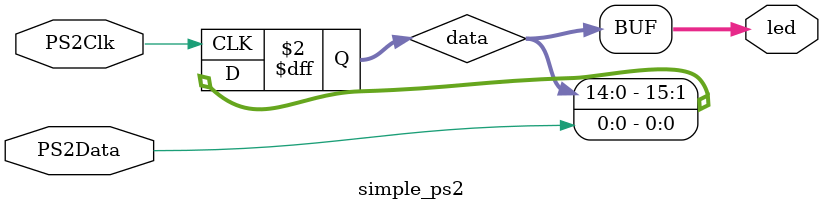
<source format=v>
`timescale 1ns / 1ps


module simple_ps2(
    input PS2Clk,
    input PS2Data,
    output [15:0] led
    );
    
    reg [15:0] data;
    
    assign led = data;
    
    always @(negedge PS2Clk)
    begin
    
        data <= {data, PS2Data};    
        
    end
    
endmodule

</source>
